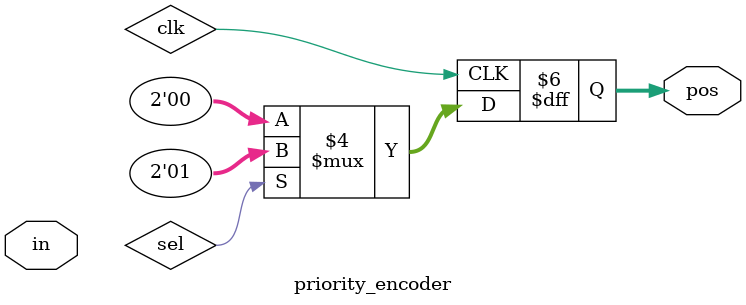
<source format=v>
module priority_encoder( 
input [2:0] in,
output reg [1:0] pos ); 
// When sel=1, assign b to out
// When sel=0, assign a to out
always @(posedge clk) begin
   if (sel == 1)
      pos <= 1'b1;
   else
      pos <= 0;
end
endmodule

</source>
